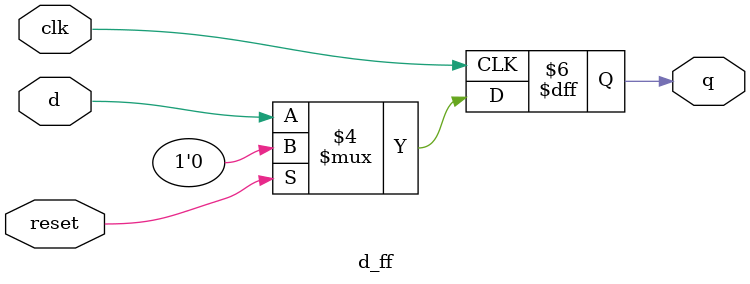
<source format=v>
`timescale 1ns / 1ps
module siso_register(input din,clk,reset,output dout);
    wire [2:0]w;
    d_ff dff0(.d(din),.clk(clk),.reset(reset),.q(w[0]));
    d_ff dff1(.d(w[0]),.clk(clk),.reset(reset),.q(w[1]));
    d_ff dff2(.d(w[1]),.clk(clk),.reset(reset),.q(w[2]));
    d_ff dff3(.d(w[2]),.clk(clk),.reset(reset),.q(dout));
endmodule

module d_ff(input d,clk,reset,output reg q);
    always @(posedge clk)begin
        if (reset==1)
            q<=0;
        else
            q<=d;
    end
endmodule

</source>
